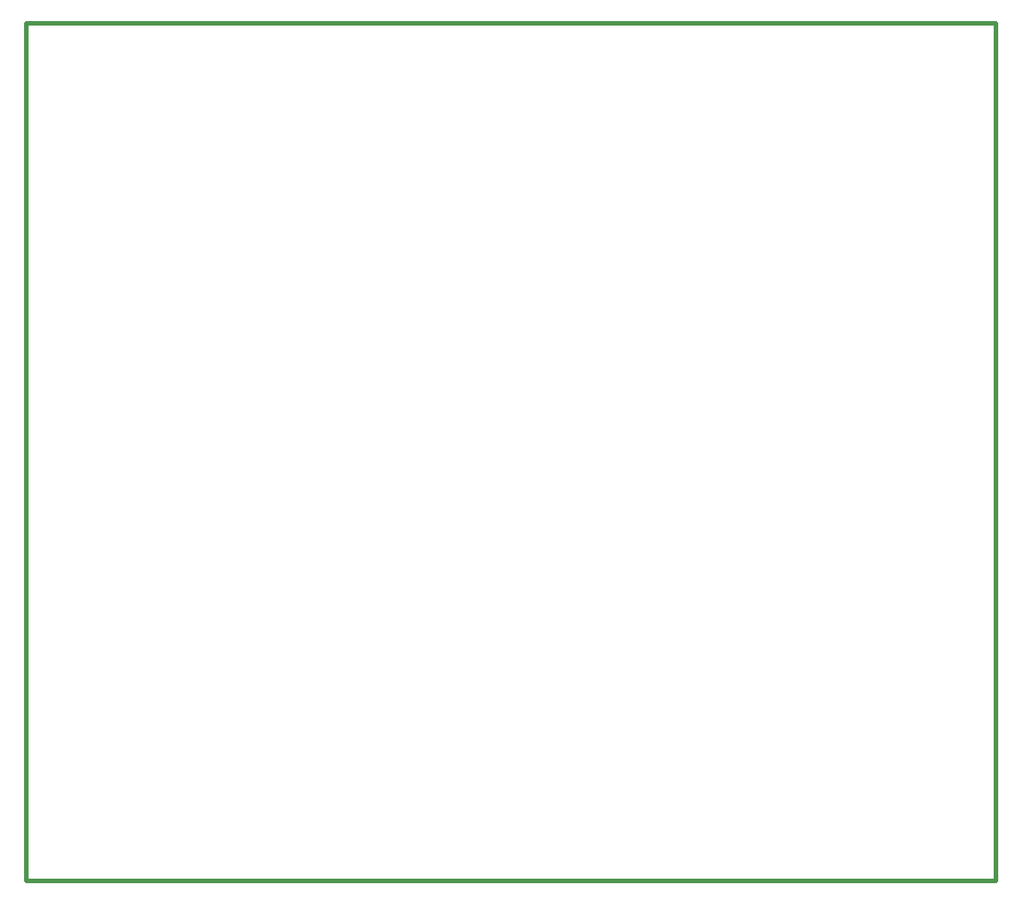
<source format=gko>
G04*
G04 #@! TF.GenerationSoftware,Altium Limited,Altium Designer,20.1.14 (287)*
G04*
G04 Layer_Color=16711935*
%FSLAX25Y25*%
%MOIN*%
G70*
G04*
G04 #@! TF.SameCoordinates,46E05FB7-D2F1-4F7C-BBBD-68B76CC3C332*
G04*
G04*
G04 #@! TF.FilePolarity,Positive*
G04*
G01*
G75*
%ADD116C,0.02000*%
D116*
X0Y0D02*
Y380000D01*
X430000Y285000D02*
Y380000D01*
Y0D02*
Y95000D01*
X430000Y95000D01*
X0Y380000D02*
X430000D01*
Y285000D02*
X430000Y95000D01*
X0Y0D02*
X430000D01*
M02*

</source>
